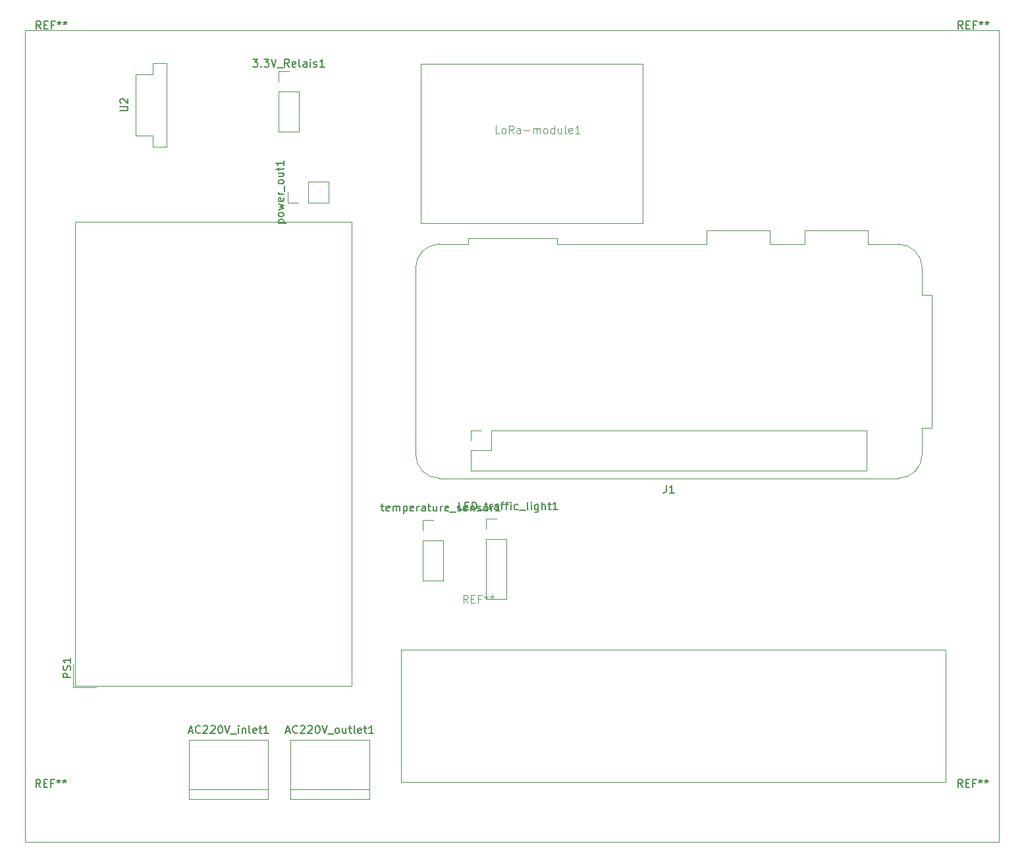
<source format=gbr>
%TF.GenerationSoftware,KiCad,Pcbnew,8.0.0*%
%TF.CreationDate,2024-08-20T19:28:26+02:00*%
%TF.ProjectId,MK1,4d4b312e-6b69-4636-9164-5f7063625858,rev?*%
%TF.SameCoordinates,Original*%
%TF.FileFunction,Legend,Top*%
%TF.FilePolarity,Positive*%
%FSLAX46Y46*%
G04 Gerber Fmt 4.6, Leading zero omitted, Abs format (unit mm)*
G04 Created by KiCad (PCBNEW 8.0.0) date 2024-08-20 19:28:26*
%MOMM*%
%LPD*%
G01*
G04 APERTURE LIST*
%ADD10C,0.100000*%
%ADD11C,0.150000*%
%ADD12C,0.120000*%
G04 APERTURE END LIST*
D10*
X27500000Y-16000000D02*
X152780000Y-16000000D01*
X152780000Y-120420000D01*
X27500000Y-120420000D01*
X27500000Y-16000000D01*
D11*
X29516666Y-113374819D02*
X29183333Y-112898628D01*
X28945238Y-113374819D02*
X28945238Y-112374819D01*
X28945238Y-112374819D02*
X29326190Y-112374819D01*
X29326190Y-112374819D02*
X29421428Y-112422438D01*
X29421428Y-112422438D02*
X29469047Y-112470057D01*
X29469047Y-112470057D02*
X29516666Y-112565295D01*
X29516666Y-112565295D02*
X29516666Y-112708152D01*
X29516666Y-112708152D02*
X29469047Y-112803390D01*
X29469047Y-112803390D02*
X29421428Y-112851009D01*
X29421428Y-112851009D02*
X29326190Y-112898628D01*
X29326190Y-112898628D02*
X28945238Y-112898628D01*
X29945238Y-112851009D02*
X30278571Y-112851009D01*
X30421428Y-113374819D02*
X29945238Y-113374819D01*
X29945238Y-113374819D02*
X29945238Y-112374819D01*
X29945238Y-112374819D02*
X30421428Y-112374819D01*
X31183333Y-112851009D02*
X30850000Y-112851009D01*
X30850000Y-113374819D02*
X30850000Y-112374819D01*
X30850000Y-112374819D02*
X31326190Y-112374819D01*
X31850000Y-112374819D02*
X31850000Y-112612914D01*
X31611905Y-112517676D02*
X31850000Y-112612914D01*
X31850000Y-112612914D02*
X32088095Y-112517676D01*
X31707143Y-112803390D02*
X31850000Y-112612914D01*
X31850000Y-112612914D02*
X31992857Y-112803390D01*
X32611905Y-112374819D02*
X32611905Y-112612914D01*
X32373810Y-112517676D02*
X32611905Y-112612914D01*
X32611905Y-112612914D02*
X32850000Y-112517676D01*
X32469048Y-112803390D02*
X32611905Y-112612914D01*
X32611905Y-112612914D02*
X32754762Y-112803390D01*
X148056666Y-113354819D02*
X147723333Y-112878628D01*
X147485238Y-113354819D02*
X147485238Y-112354819D01*
X147485238Y-112354819D02*
X147866190Y-112354819D01*
X147866190Y-112354819D02*
X147961428Y-112402438D01*
X147961428Y-112402438D02*
X148009047Y-112450057D01*
X148009047Y-112450057D02*
X148056666Y-112545295D01*
X148056666Y-112545295D02*
X148056666Y-112688152D01*
X148056666Y-112688152D02*
X148009047Y-112783390D01*
X148009047Y-112783390D02*
X147961428Y-112831009D01*
X147961428Y-112831009D02*
X147866190Y-112878628D01*
X147866190Y-112878628D02*
X147485238Y-112878628D01*
X148485238Y-112831009D02*
X148818571Y-112831009D01*
X148961428Y-113354819D02*
X148485238Y-113354819D01*
X148485238Y-113354819D02*
X148485238Y-112354819D01*
X148485238Y-112354819D02*
X148961428Y-112354819D01*
X149723333Y-112831009D02*
X149390000Y-112831009D01*
X149390000Y-113354819D02*
X149390000Y-112354819D01*
X149390000Y-112354819D02*
X149866190Y-112354819D01*
X150390000Y-112354819D02*
X150390000Y-112592914D01*
X150151905Y-112497676D02*
X150390000Y-112592914D01*
X150390000Y-112592914D02*
X150628095Y-112497676D01*
X150247143Y-112783390D02*
X150390000Y-112592914D01*
X150390000Y-112592914D02*
X150532857Y-112783390D01*
X151151905Y-112354819D02*
X151151905Y-112592914D01*
X150913810Y-112497676D02*
X151151905Y-112592914D01*
X151151905Y-112592914D02*
X151390000Y-112497676D01*
X151009048Y-112783390D02*
X151151905Y-112592914D01*
X151151905Y-112592914D02*
X151294762Y-112783390D01*
X148116666Y-15814819D02*
X147783333Y-15338628D01*
X147545238Y-15814819D02*
X147545238Y-14814819D01*
X147545238Y-14814819D02*
X147926190Y-14814819D01*
X147926190Y-14814819D02*
X148021428Y-14862438D01*
X148021428Y-14862438D02*
X148069047Y-14910057D01*
X148069047Y-14910057D02*
X148116666Y-15005295D01*
X148116666Y-15005295D02*
X148116666Y-15148152D01*
X148116666Y-15148152D02*
X148069047Y-15243390D01*
X148069047Y-15243390D02*
X148021428Y-15291009D01*
X148021428Y-15291009D02*
X147926190Y-15338628D01*
X147926190Y-15338628D02*
X147545238Y-15338628D01*
X148545238Y-15291009D02*
X148878571Y-15291009D01*
X149021428Y-15814819D02*
X148545238Y-15814819D01*
X148545238Y-15814819D02*
X148545238Y-14814819D01*
X148545238Y-14814819D02*
X149021428Y-14814819D01*
X149783333Y-15291009D02*
X149450000Y-15291009D01*
X149450000Y-15814819D02*
X149450000Y-14814819D01*
X149450000Y-14814819D02*
X149926190Y-14814819D01*
X150450000Y-14814819D02*
X150450000Y-15052914D01*
X150211905Y-14957676D02*
X150450000Y-15052914D01*
X150450000Y-15052914D02*
X150688095Y-14957676D01*
X150307143Y-15243390D02*
X150450000Y-15052914D01*
X150450000Y-15052914D02*
X150592857Y-15243390D01*
X151211905Y-14814819D02*
X151211905Y-15052914D01*
X150973810Y-14957676D02*
X151211905Y-15052914D01*
X151211905Y-15052914D02*
X151450000Y-14957676D01*
X151069048Y-15243390D02*
X151211905Y-15052914D01*
X151211905Y-15052914D02*
X151354762Y-15243390D01*
X29576666Y-15834819D02*
X29243333Y-15358628D01*
X29005238Y-15834819D02*
X29005238Y-14834819D01*
X29005238Y-14834819D02*
X29386190Y-14834819D01*
X29386190Y-14834819D02*
X29481428Y-14882438D01*
X29481428Y-14882438D02*
X29529047Y-14930057D01*
X29529047Y-14930057D02*
X29576666Y-15025295D01*
X29576666Y-15025295D02*
X29576666Y-15168152D01*
X29576666Y-15168152D02*
X29529047Y-15263390D01*
X29529047Y-15263390D02*
X29481428Y-15311009D01*
X29481428Y-15311009D02*
X29386190Y-15358628D01*
X29386190Y-15358628D02*
X29005238Y-15358628D01*
X30005238Y-15311009D02*
X30338571Y-15311009D01*
X30481428Y-15834819D02*
X30005238Y-15834819D01*
X30005238Y-15834819D02*
X30005238Y-14834819D01*
X30005238Y-14834819D02*
X30481428Y-14834819D01*
X31243333Y-15311009D02*
X30910000Y-15311009D01*
X30910000Y-15834819D02*
X30910000Y-14834819D01*
X30910000Y-14834819D02*
X31386190Y-14834819D01*
X31910000Y-14834819D02*
X31910000Y-15072914D01*
X31671905Y-14977676D02*
X31910000Y-15072914D01*
X31910000Y-15072914D02*
X32148095Y-14977676D01*
X31767143Y-15263390D02*
X31910000Y-15072914D01*
X31910000Y-15072914D02*
X32052857Y-15263390D01*
X32671905Y-14834819D02*
X32671905Y-15072914D01*
X32433810Y-14977676D02*
X32671905Y-15072914D01*
X32671905Y-15072914D02*
X32910000Y-14977676D01*
X32529048Y-15263390D02*
X32671905Y-15072914D01*
X32671905Y-15072914D02*
X32814762Y-15263390D01*
X56830952Y-19724819D02*
X57449999Y-19724819D01*
X57449999Y-19724819D02*
X57116666Y-20105771D01*
X57116666Y-20105771D02*
X57259523Y-20105771D01*
X57259523Y-20105771D02*
X57354761Y-20153390D01*
X57354761Y-20153390D02*
X57402380Y-20201009D01*
X57402380Y-20201009D02*
X57449999Y-20296247D01*
X57449999Y-20296247D02*
X57449999Y-20534342D01*
X57449999Y-20534342D02*
X57402380Y-20629580D01*
X57402380Y-20629580D02*
X57354761Y-20677200D01*
X57354761Y-20677200D02*
X57259523Y-20724819D01*
X57259523Y-20724819D02*
X56973809Y-20724819D01*
X56973809Y-20724819D02*
X56878571Y-20677200D01*
X56878571Y-20677200D02*
X56830952Y-20629580D01*
X57878571Y-20629580D02*
X57926190Y-20677200D01*
X57926190Y-20677200D02*
X57878571Y-20724819D01*
X57878571Y-20724819D02*
X57830952Y-20677200D01*
X57830952Y-20677200D02*
X57878571Y-20629580D01*
X57878571Y-20629580D02*
X57878571Y-20724819D01*
X58259523Y-19724819D02*
X58878570Y-19724819D01*
X58878570Y-19724819D02*
X58545237Y-20105771D01*
X58545237Y-20105771D02*
X58688094Y-20105771D01*
X58688094Y-20105771D02*
X58783332Y-20153390D01*
X58783332Y-20153390D02*
X58830951Y-20201009D01*
X58830951Y-20201009D02*
X58878570Y-20296247D01*
X58878570Y-20296247D02*
X58878570Y-20534342D01*
X58878570Y-20534342D02*
X58830951Y-20629580D01*
X58830951Y-20629580D02*
X58783332Y-20677200D01*
X58783332Y-20677200D02*
X58688094Y-20724819D01*
X58688094Y-20724819D02*
X58402380Y-20724819D01*
X58402380Y-20724819D02*
X58307142Y-20677200D01*
X58307142Y-20677200D02*
X58259523Y-20629580D01*
X59164285Y-19724819D02*
X59497618Y-20724819D01*
X59497618Y-20724819D02*
X59830951Y-19724819D01*
X59926190Y-20820057D02*
X60688094Y-20820057D01*
X61497618Y-20724819D02*
X61164285Y-20248628D01*
X60926190Y-20724819D02*
X60926190Y-19724819D01*
X60926190Y-19724819D02*
X61307142Y-19724819D01*
X61307142Y-19724819D02*
X61402380Y-19772438D01*
X61402380Y-19772438D02*
X61449999Y-19820057D01*
X61449999Y-19820057D02*
X61497618Y-19915295D01*
X61497618Y-19915295D02*
X61497618Y-20058152D01*
X61497618Y-20058152D02*
X61449999Y-20153390D01*
X61449999Y-20153390D02*
X61402380Y-20201009D01*
X61402380Y-20201009D02*
X61307142Y-20248628D01*
X61307142Y-20248628D02*
X60926190Y-20248628D01*
X62307142Y-20677200D02*
X62211904Y-20724819D01*
X62211904Y-20724819D02*
X62021428Y-20724819D01*
X62021428Y-20724819D02*
X61926190Y-20677200D01*
X61926190Y-20677200D02*
X61878571Y-20581961D01*
X61878571Y-20581961D02*
X61878571Y-20201009D01*
X61878571Y-20201009D02*
X61926190Y-20105771D01*
X61926190Y-20105771D02*
X62021428Y-20058152D01*
X62021428Y-20058152D02*
X62211904Y-20058152D01*
X62211904Y-20058152D02*
X62307142Y-20105771D01*
X62307142Y-20105771D02*
X62354761Y-20201009D01*
X62354761Y-20201009D02*
X62354761Y-20296247D01*
X62354761Y-20296247D02*
X61878571Y-20391485D01*
X62926190Y-20724819D02*
X62830952Y-20677200D01*
X62830952Y-20677200D02*
X62783333Y-20581961D01*
X62783333Y-20581961D02*
X62783333Y-19724819D01*
X63735714Y-20724819D02*
X63735714Y-20201009D01*
X63735714Y-20201009D02*
X63688095Y-20105771D01*
X63688095Y-20105771D02*
X63592857Y-20058152D01*
X63592857Y-20058152D02*
X63402381Y-20058152D01*
X63402381Y-20058152D02*
X63307143Y-20105771D01*
X63735714Y-20677200D02*
X63640476Y-20724819D01*
X63640476Y-20724819D02*
X63402381Y-20724819D01*
X63402381Y-20724819D02*
X63307143Y-20677200D01*
X63307143Y-20677200D02*
X63259524Y-20581961D01*
X63259524Y-20581961D02*
X63259524Y-20486723D01*
X63259524Y-20486723D02*
X63307143Y-20391485D01*
X63307143Y-20391485D02*
X63402381Y-20343866D01*
X63402381Y-20343866D02*
X63640476Y-20343866D01*
X63640476Y-20343866D02*
X63735714Y-20296247D01*
X64211905Y-20724819D02*
X64211905Y-20058152D01*
X64211905Y-19724819D02*
X64164286Y-19772438D01*
X64164286Y-19772438D02*
X64211905Y-19820057D01*
X64211905Y-19820057D02*
X64259524Y-19772438D01*
X64259524Y-19772438D02*
X64211905Y-19724819D01*
X64211905Y-19724819D02*
X64211905Y-19820057D01*
X64640476Y-20677200D02*
X64735714Y-20724819D01*
X64735714Y-20724819D02*
X64926190Y-20724819D01*
X64926190Y-20724819D02*
X65021428Y-20677200D01*
X65021428Y-20677200D02*
X65069047Y-20581961D01*
X65069047Y-20581961D02*
X65069047Y-20534342D01*
X65069047Y-20534342D02*
X65021428Y-20439104D01*
X65021428Y-20439104D02*
X64926190Y-20391485D01*
X64926190Y-20391485D02*
X64783333Y-20391485D01*
X64783333Y-20391485D02*
X64688095Y-20343866D01*
X64688095Y-20343866D02*
X64640476Y-20248628D01*
X64640476Y-20248628D02*
X64640476Y-20201009D01*
X64640476Y-20201009D02*
X64688095Y-20105771D01*
X64688095Y-20105771D02*
X64783333Y-20058152D01*
X64783333Y-20058152D02*
X64926190Y-20058152D01*
X64926190Y-20058152D02*
X65021428Y-20105771D01*
X66021428Y-20724819D02*
X65450000Y-20724819D01*
X65735714Y-20724819D02*
X65735714Y-19724819D01*
X65735714Y-19724819D02*
X65640476Y-19867676D01*
X65640476Y-19867676D02*
X65545238Y-19962914D01*
X65545238Y-19962914D02*
X65450000Y-20010533D01*
X60113152Y-40811190D02*
X61113152Y-40811190D01*
X60160771Y-40811190D02*
X60113152Y-40715952D01*
X60113152Y-40715952D02*
X60113152Y-40525476D01*
X60113152Y-40525476D02*
X60160771Y-40430238D01*
X60160771Y-40430238D02*
X60208390Y-40382619D01*
X60208390Y-40382619D02*
X60303628Y-40335000D01*
X60303628Y-40335000D02*
X60589342Y-40335000D01*
X60589342Y-40335000D02*
X60684580Y-40382619D01*
X60684580Y-40382619D02*
X60732200Y-40430238D01*
X60732200Y-40430238D02*
X60779819Y-40525476D01*
X60779819Y-40525476D02*
X60779819Y-40715952D01*
X60779819Y-40715952D02*
X60732200Y-40811190D01*
X60779819Y-39763571D02*
X60732200Y-39858809D01*
X60732200Y-39858809D02*
X60684580Y-39906428D01*
X60684580Y-39906428D02*
X60589342Y-39954047D01*
X60589342Y-39954047D02*
X60303628Y-39954047D01*
X60303628Y-39954047D02*
X60208390Y-39906428D01*
X60208390Y-39906428D02*
X60160771Y-39858809D01*
X60160771Y-39858809D02*
X60113152Y-39763571D01*
X60113152Y-39763571D02*
X60113152Y-39620714D01*
X60113152Y-39620714D02*
X60160771Y-39525476D01*
X60160771Y-39525476D02*
X60208390Y-39477857D01*
X60208390Y-39477857D02*
X60303628Y-39430238D01*
X60303628Y-39430238D02*
X60589342Y-39430238D01*
X60589342Y-39430238D02*
X60684580Y-39477857D01*
X60684580Y-39477857D02*
X60732200Y-39525476D01*
X60732200Y-39525476D02*
X60779819Y-39620714D01*
X60779819Y-39620714D02*
X60779819Y-39763571D01*
X60113152Y-39096904D02*
X60779819Y-38906428D01*
X60779819Y-38906428D02*
X60303628Y-38715952D01*
X60303628Y-38715952D02*
X60779819Y-38525476D01*
X60779819Y-38525476D02*
X60113152Y-38335000D01*
X60732200Y-37573095D02*
X60779819Y-37668333D01*
X60779819Y-37668333D02*
X60779819Y-37858809D01*
X60779819Y-37858809D02*
X60732200Y-37954047D01*
X60732200Y-37954047D02*
X60636961Y-38001666D01*
X60636961Y-38001666D02*
X60256009Y-38001666D01*
X60256009Y-38001666D02*
X60160771Y-37954047D01*
X60160771Y-37954047D02*
X60113152Y-37858809D01*
X60113152Y-37858809D02*
X60113152Y-37668333D01*
X60113152Y-37668333D02*
X60160771Y-37573095D01*
X60160771Y-37573095D02*
X60256009Y-37525476D01*
X60256009Y-37525476D02*
X60351247Y-37525476D01*
X60351247Y-37525476D02*
X60446485Y-38001666D01*
X60779819Y-37096904D02*
X60113152Y-37096904D01*
X60303628Y-37096904D02*
X60208390Y-37049285D01*
X60208390Y-37049285D02*
X60160771Y-37001666D01*
X60160771Y-37001666D02*
X60113152Y-36906428D01*
X60113152Y-36906428D02*
X60113152Y-36811190D01*
X60875057Y-36715952D02*
X60875057Y-35954047D01*
X60779819Y-35573094D02*
X60732200Y-35668332D01*
X60732200Y-35668332D02*
X60684580Y-35715951D01*
X60684580Y-35715951D02*
X60589342Y-35763570D01*
X60589342Y-35763570D02*
X60303628Y-35763570D01*
X60303628Y-35763570D02*
X60208390Y-35715951D01*
X60208390Y-35715951D02*
X60160771Y-35668332D01*
X60160771Y-35668332D02*
X60113152Y-35573094D01*
X60113152Y-35573094D02*
X60113152Y-35430237D01*
X60113152Y-35430237D02*
X60160771Y-35334999D01*
X60160771Y-35334999D02*
X60208390Y-35287380D01*
X60208390Y-35287380D02*
X60303628Y-35239761D01*
X60303628Y-35239761D02*
X60589342Y-35239761D01*
X60589342Y-35239761D02*
X60684580Y-35287380D01*
X60684580Y-35287380D02*
X60732200Y-35334999D01*
X60732200Y-35334999D02*
X60779819Y-35430237D01*
X60779819Y-35430237D02*
X60779819Y-35573094D01*
X60113152Y-34382618D02*
X60779819Y-34382618D01*
X60113152Y-34811189D02*
X60636961Y-34811189D01*
X60636961Y-34811189D02*
X60732200Y-34763570D01*
X60732200Y-34763570D02*
X60779819Y-34668332D01*
X60779819Y-34668332D02*
X60779819Y-34525475D01*
X60779819Y-34525475D02*
X60732200Y-34430237D01*
X60732200Y-34430237D02*
X60684580Y-34382618D01*
X60113152Y-34049284D02*
X60113152Y-33668332D01*
X59779819Y-33906427D02*
X60636961Y-33906427D01*
X60636961Y-33906427D02*
X60732200Y-33858808D01*
X60732200Y-33858808D02*
X60779819Y-33763570D01*
X60779819Y-33763570D02*
X60779819Y-33668332D01*
X60779819Y-32811189D02*
X60779819Y-33382617D01*
X60779819Y-33096903D02*
X59779819Y-33096903D01*
X59779819Y-33096903D02*
X59922676Y-33192141D01*
X59922676Y-33192141D02*
X60017914Y-33287379D01*
X60017914Y-33287379D02*
X60065533Y-33382617D01*
X109984166Y-74522319D02*
X109984166Y-75236604D01*
X109984166Y-75236604D02*
X109936547Y-75379461D01*
X109936547Y-75379461D02*
X109841309Y-75474700D01*
X109841309Y-75474700D02*
X109698452Y-75522319D01*
X109698452Y-75522319D02*
X109603214Y-75522319D01*
X110984166Y-75522319D02*
X110412738Y-75522319D01*
X110698452Y-75522319D02*
X110698452Y-74522319D01*
X110698452Y-74522319D02*
X110603214Y-74665176D01*
X110603214Y-74665176D02*
X110507976Y-74760414D01*
X110507976Y-74760414D02*
X110412738Y-74808033D01*
D10*
X88515237Y-29277419D02*
X88039047Y-29277419D01*
X88039047Y-29277419D02*
X88039047Y-28277419D01*
X88991428Y-29277419D02*
X88896190Y-29229800D01*
X88896190Y-29229800D02*
X88848571Y-29182180D01*
X88848571Y-29182180D02*
X88800952Y-29086942D01*
X88800952Y-29086942D02*
X88800952Y-28801228D01*
X88800952Y-28801228D02*
X88848571Y-28705990D01*
X88848571Y-28705990D02*
X88896190Y-28658371D01*
X88896190Y-28658371D02*
X88991428Y-28610752D01*
X88991428Y-28610752D02*
X89134285Y-28610752D01*
X89134285Y-28610752D02*
X89229523Y-28658371D01*
X89229523Y-28658371D02*
X89277142Y-28705990D01*
X89277142Y-28705990D02*
X89324761Y-28801228D01*
X89324761Y-28801228D02*
X89324761Y-29086942D01*
X89324761Y-29086942D02*
X89277142Y-29182180D01*
X89277142Y-29182180D02*
X89229523Y-29229800D01*
X89229523Y-29229800D02*
X89134285Y-29277419D01*
X89134285Y-29277419D02*
X88991428Y-29277419D01*
X90324761Y-29277419D02*
X89991428Y-28801228D01*
X89753333Y-29277419D02*
X89753333Y-28277419D01*
X89753333Y-28277419D02*
X90134285Y-28277419D01*
X90134285Y-28277419D02*
X90229523Y-28325038D01*
X90229523Y-28325038D02*
X90277142Y-28372657D01*
X90277142Y-28372657D02*
X90324761Y-28467895D01*
X90324761Y-28467895D02*
X90324761Y-28610752D01*
X90324761Y-28610752D02*
X90277142Y-28705990D01*
X90277142Y-28705990D02*
X90229523Y-28753609D01*
X90229523Y-28753609D02*
X90134285Y-28801228D01*
X90134285Y-28801228D02*
X89753333Y-28801228D01*
X91181904Y-29277419D02*
X91181904Y-28753609D01*
X91181904Y-28753609D02*
X91134285Y-28658371D01*
X91134285Y-28658371D02*
X91039047Y-28610752D01*
X91039047Y-28610752D02*
X90848571Y-28610752D01*
X90848571Y-28610752D02*
X90753333Y-28658371D01*
X91181904Y-29229800D02*
X91086666Y-29277419D01*
X91086666Y-29277419D02*
X90848571Y-29277419D01*
X90848571Y-29277419D02*
X90753333Y-29229800D01*
X90753333Y-29229800D02*
X90705714Y-29134561D01*
X90705714Y-29134561D02*
X90705714Y-29039323D01*
X90705714Y-29039323D02*
X90753333Y-28944085D01*
X90753333Y-28944085D02*
X90848571Y-28896466D01*
X90848571Y-28896466D02*
X91086666Y-28896466D01*
X91086666Y-28896466D02*
X91181904Y-28848847D01*
X91658095Y-28896466D02*
X92420000Y-28896466D01*
X92896190Y-29277419D02*
X92896190Y-28610752D01*
X92896190Y-28705990D02*
X92943809Y-28658371D01*
X92943809Y-28658371D02*
X93039047Y-28610752D01*
X93039047Y-28610752D02*
X93181904Y-28610752D01*
X93181904Y-28610752D02*
X93277142Y-28658371D01*
X93277142Y-28658371D02*
X93324761Y-28753609D01*
X93324761Y-28753609D02*
X93324761Y-29277419D01*
X93324761Y-28753609D02*
X93372380Y-28658371D01*
X93372380Y-28658371D02*
X93467618Y-28610752D01*
X93467618Y-28610752D02*
X93610475Y-28610752D01*
X93610475Y-28610752D02*
X93705714Y-28658371D01*
X93705714Y-28658371D02*
X93753333Y-28753609D01*
X93753333Y-28753609D02*
X93753333Y-29277419D01*
X94372380Y-29277419D02*
X94277142Y-29229800D01*
X94277142Y-29229800D02*
X94229523Y-29182180D01*
X94229523Y-29182180D02*
X94181904Y-29086942D01*
X94181904Y-29086942D02*
X94181904Y-28801228D01*
X94181904Y-28801228D02*
X94229523Y-28705990D01*
X94229523Y-28705990D02*
X94277142Y-28658371D01*
X94277142Y-28658371D02*
X94372380Y-28610752D01*
X94372380Y-28610752D02*
X94515237Y-28610752D01*
X94515237Y-28610752D02*
X94610475Y-28658371D01*
X94610475Y-28658371D02*
X94658094Y-28705990D01*
X94658094Y-28705990D02*
X94705713Y-28801228D01*
X94705713Y-28801228D02*
X94705713Y-29086942D01*
X94705713Y-29086942D02*
X94658094Y-29182180D01*
X94658094Y-29182180D02*
X94610475Y-29229800D01*
X94610475Y-29229800D02*
X94515237Y-29277419D01*
X94515237Y-29277419D02*
X94372380Y-29277419D01*
X95562856Y-29277419D02*
X95562856Y-28277419D01*
X95562856Y-29229800D02*
X95467618Y-29277419D01*
X95467618Y-29277419D02*
X95277142Y-29277419D01*
X95277142Y-29277419D02*
X95181904Y-29229800D01*
X95181904Y-29229800D02*
X95134285Y-29182180D01*
X95134285Y-29182180D02*
X95086666Y-29086942D01*
X95086666Y-29086942D02*
X95086666Y-28801228D01*
X95086666Y-28801228D02*
X95134285Y-28705990D01*
X95134285Y-28705990D02*
X95181904Y-28658371D01*
X95181904Y-28658371D02*
X95277142Y-28610752D01*
X95277142Y-28610752D02*
X95467618Y-28610752D01*
X95467618Y-28610752D02*
X95562856Y-28658371D01*
X96467618Y-28610752D02*
X96467618Y-29277419D01*
X96039047Y-28610752D02*
X96039047Y-29134561D01*
X96039047Y-29134561D02*
X96086666Y-29229800D01*
X96086666Y-29229800D02*
X96181904Y-29277419D01*
X96181904Y-29277419D02*
X96324761Y-29277419D01*
X96324761Y-29277419D02*
X96419999Y-29229800D01*
X96419999Y-29229800D02*
X96467618Y-29182180D01*
X97086666Y-29277419D02*
X96991428Y-29229800D01*
X96991428Y-29229800D02*
X96943809Y-29134561D01*
X96943809Y-29134561D02*
X96943809Y-28277419D01*
X97848571Y-29229800D02*
X97753333Y-29277419D01*
X97753333Y-29277419D02*
X97562857Y-29277419D01*
X97562857Y-29277419D02*
X97467619Y-29229800D01*
X97467619Y-29229800D02*
X97420000Y-29134561D01*
X97420000Y-29134561D02*
X97420000Y-28753609D01*
X97420000Y-28753609D02*
X97467619Y-28658371D01*
X97467619Y-28658371D02*
X97562857Y-28610752D01*
X97562857Y-28610752D02*
X97753333Y-28610752D01*
X97753333Y-28610752D02*
X97848571Y-28658371D01*
X97848571Y-28658371D02*
X97896190Y-28753609D01*
X97896190Y-28753609D02*
X97896190Y-28848847D01*
X97896190Y-28848847D02*
X97420000Y-28944085D01*
X98848571Y-29277419D02*
X98277143Y-29277419D01*
X98562857Y-29277419D02*
X98562857Y-28277419D01*
X98562857Y-28277419D02*
X98467619Y-28420276D01*
X98467619Y-28420276D02*
X98372381Y-28515514D01*
X98372381Y-28515514D02*
X98277143Y-28563133D01*
D11*
X48590952Y-106149104D02*
X49067142Y-106149104D01*
X48495714Y-106434819D02*
X48829047Y-105434819D01*
X48829047Y-105434819D02*
X49162380Y-106434819D01*
X50067142Y-106339580D02*
X50019523Y-106387200D01*
X50019523Y-106387200D02*
X49876666Y-106434819D01*
X49876666Y-106434819D02*
X49781428Y-106434819D01*
X49781428Y-106434819D02*
X49638571Y-106387200D01*
X49638571Y-106387200D02*
X49543333Y-106291961D01*
X49543333Y-106291961D02*
X49495714Y-106196723D01*
X49495714Y-106196723D02*
X49448095Y-106006247D01*
X49448095Y-106006247D02*
X49448095Y-105863390D01*
X49448095Y-105863390D02*
X49495714Y-105672914D01*
X49495714Y-105672914D02*
X49543333Y-105577676D01*
X49543333Y-105577676D02*
X49638571Y-105482438D01*
X49638571Y-105482438D02*
X49781428Y-105434819D01*
X49781428Y-105434819D02*
X49876666Y-105434819D01*
X49876666Y-105434819D02*
X50019523Y-105482438D01*
X50019523Y-105482438D02*
X50067142Y-105530057D01*
X50448095Y-105530057D02*
X50495714Y-105482438D01*
X50495714Y-105482438D02*
X50590952Y-105434819D01*
X50590952Y-105434819D02*
X50829047Y-105434819D01*
X50829047Y-105434819D02*
X50924285Y-105482438D01*
X50924285Y-105482438D02*
X50971904Y-105530057D01*
X50971904Y-105530057D02*
X51019523Y-105625295D01*
X51019523Y-105625295D02*
X51019523Y-105720533D01*
X51019523Y-105720533D02*
X50971904Y-105863390D01*
X50971904Y-105863390D02*
X50400476Y-106434819D01*
X50400476Y-106434819D02*
X51019523Y-106434819D01*
X51400476Y-105530057D02*
X51448095Y-105482438D01*
X51448095Y-105482438D02*
X51543333Y-105434819D01*
X51543333Y-105434819D02*
X51781428Y-105434819D01*
X51781428Y-105434819D02*
X51876666Y-105482438D01*
X51876666Y-105482438D02*
X51924285Y-105530057D01*
X51924285Y-105530057D02*
X51971904Y-105625295D01*
X51971904Y-105625295D02*
X51971904Y-105720533D01*
X51971904Y-105720533D02*
X51924285Y-105863390D01*
X51924285Y-105863390D02*
X51352857Y-106434819D01*
X51352857Y-106434819D02*
X51971904Y-106434819D01*
X52590952Y-105434819D02*
X52686190Y-105434819D01*
X52686190Y-105434819D02*
X52781428Y-105482438D01*
X52781428Y-105482438D02*
X52829047Y-105530057D01*
X52829047Y-105530057D02*
X52876666Y-105625295D01*
X52876666Y-105625295D02*
X52924285Y-105815771D01*
X52924285Y-105815771D02*
X52924285Y-106053866D01*
X52924285Y-106053866D02*
X52876666Y-106244342D01*
X52876666Y-106244342D02*
X52829047Y-106339580D01*
X52829047Y-106339580D02*
X52781428Y-106387200D01*
X52781428Y-106387200D02*
X52686190Y-106434819D01*
X52686190Y-106434819D02*
X52590952Y-106434819D01*
X52590952Y-106434819D02*
X52495714Y-106387200D01*
X52495714Y-106387200D02*
X52448095Y-106339580D01*
X52448095Y-106339580D02*
X52400476Y-106244342D01*
X52400476Y-106244342D02*
X52352857Y-106053866D01*
X52352857Y-106053866D02*
X52352857Y-105815771D01*
X52352857Y-105815771D02*
X52400476Y-105625295D01*
X52400476Y-105625295D02*
X52448095Y-105530057D01*
X52448095Y-105530057D02*
X52495714Y-105482438D01*
X52495714Y-105482438D02*
X52590952Y-105434819D01*
X53210000Y-105434819D02*
X53543333Y-106434819D01*
X53543333Y-106434819D02*
X53876666Y-105434819D01*
X53971905Y-106530057D02*
X54733809Y-106530057D01*
X54971905Y-106434819D02*
X54971905Y-105768152D01*
X54971905Y-105434819D02*
X54924286Y-105482438D01*
X54924286Y-105482438D02*
X54971905Y-105530057D01*
X54971905Y-105530057D02*
X55019524Y-105482438D01*
X55019524Y-105482438D02*
X54971905Y-105434819D01*
X54971905Y-105434819D02*
X54971905Y-105530057D01*
X55448095Y-105768152D02*
X55448095Y-106434819D01*
X55448095Y-105863390D02*
X55495714Y-105815771D01*
X55495714Y-105815771D02*
X55590952Y-105768152D01*
X55590952Y-105768152D02*
X55733809Y-105768152D01*
X55733809Y-105768152D02*
X55829047Y-105815771D01*
X55829047Y-105815771D02*
X55876666Y-105911009D01*
X55876666Y-105911009D02*
X55876666Y-106434819D01*
X56495714Y-106434819D02*
X56400476Y-106387200D01*
X56400476Y-106387200D02*
X56352857Y-106291961D01*
X56352857Y-106291961D02*
X56352857Y-105434819D01*
X57257619Y-106387200D02*
X57162381Y-106434819D01*
X57162381Y-106434819D02*
X56971905Y-106434819D01*
X56971905Y-106434819D02*
X56876667Y-106387200D01*
X56876667Y-106387200D02*
X56829048Y-106291961D01*
X56829048Y-106291961D02*
X56829048Y-105911009D01*
X56829048Y-105911009D02*
X56876667Y-105815771D01*
X56876667Y-105815771D02*
X56971905Y-105768152D01*
X56971905Y-105768152D02*
X57162381Y-105768152D01*
X57162381Y-105768152D02*
X57257619Y-105815771D01*
X57257619Y-105815771D02*
X57305238Y-105911009D01*
X57305238Y-105911009D02*
X57305238Y-106006247D01*
X57305238Y-106006247D02*
X56829048Y-106101485D01*
X57590953Y-105768152D02*
X57971905Y-105768152D01*
X57733810Y-105434819D02*
X57733810Y-106291961D01*
X57733810Y-106291961D02*
X57781429Y-106387200D01*
X57781429Y-106387200D02*
X57876667Y-106434819D01*
X57876667Y-106434819D02*
X57971905Y-106434819D01*
X58829048Y-106434819D02*
X58257620Y-106434819D01*
X58543334Y-106434819D02*
X58543334Y-105434819D01*
X58543334Y-105434819D02*
X58448096Y-105577676D01*
X58448096Y-105577676D02*
X58352858Y-105672914D01*
X58352858Y-105672914D02*
X58257620Y-105720533D01*
X39759819Y-26376904D02*
X40569342Y-26376904D01*
X40569342Y-26376904D02*
X40664580Y-26329285D01*
X40664580Y-26329285D02*
X40712200Y-26281666D01*
X40712200Y-26281666D02*
X40759819Y-26186428D01*
X40759819Y-26186428D02*
X40759819Y-25995952D01*
X40759819Y-25995952D02*
X40712200Y-25900714D01*
X40712200Y-25900714D02*
X40664580Y-25853095D01*
X40664580Y-25853095D02*
X40569342Y-25805476D01*
X40569342Y-25805476D02*
X39759819Y-25805476D01*
X39855057Y-25376904D02*
X39807438Y-25329285D01*
X39807438Y-25329285D02*
X39759819Y-25234047D01*
X39759819Y-25234047D02*
X39759819Y-24995952D01*
X39759819Y-24995952D02*
X39807438Y-24900714D01*
X39807438Y-24900714D02*
X39855057Y-24853095D01*
X39855057Y-24853095D02*
X39950295Y-24805476D01*
X39950295Y-24805476D02*
X40045533Y-24805476D01*
X40045533Y-24805476D02*
X40188390Y-24853095D01*
X40188390Y-24853095D02*
X40759819Y-25424523D01*
X40759819Y-25424523D02*
X40759819Y-24805476D01*
X83762855Y-77674819D02*
X83286665Y-77674819D01*
X83286665Y-77674819D02*
X83286665Y-76674819D01*
X84096189Y-77151009D02*
X84429522Y-77151009D01*
X84572379Y-77674819D02*
X84096189Y-77674819D01*
X84096189Y-77674819D02*
X84096189Y-76674819D01*
X84096189Y-76674819D02*
X84572379Y-76674819D01*
X85000951Y-77674819D02*
X85000951Y-76674819D01*
X85000951Y-76674819D02*
X85239046Y-76674819D01*
X85239046Y-76674819D02*
X85381903Y-76722438D01*
X85381903Y-76722438D02*
X85477141Y-76817676D01*
X85477141Y-76817676D02*
X85524760Y-76912914D01*
X85524760Y-76912914D02*
X85572379Y-77103390D01*
X85572379Y-77103390D02*
X85572379Y-77246247D01*
X85572379Y-77246247D02*
X85524760Y-77436723D01*
X85524760Y-77436723D02*
X85477141Y-77531961D01*
X85477141Y-77531961D02*
X85381903Y-77627200D01*
X85381903Y-77627200D02*
X85239046Y-77674819D01*
X85239046Y-77674819D02*
X85000951Y-77674819D01*
X85762856Y-77770057D02*
X86524760Y-77770057D01*
X86619999Y-77008152D02*
X87000951Y-77008152D01*
X86762856Y-76674819D02*
X86762856Y-77531961D01*
X86762856Y-77531961D02*
X86810475Y-77627200D01*
X86810475Y-77627200D02*
X86905713Y-77674819D01*
X86905713Y-77674819D02*
X87000951Y-77674819D01*
X87334285Y-77674819D02*
X87334285Y-77008152D01*
X87334285Y-77198628D02*
X87381904Y-77103390D01*
X87381904Y-77103390D02*
X87429523Y-77055771D01*
X87429523Y-77055771D02*
X87524761Y-77008152D01*
X87524761Y-77008152D02*
X87619999Y-77008152D01*
X88381904Y-77674819D02*
X88381904Y-77151009D01*
X88381904Y-77151009D02*
X88334285Y-77055771D01*
X88334285Y-77055771D02*
X88239047Y-77008152D01*
X88239047Y-77008152D02*
X88048571Y-77008152D01*
X88048571Y-77008152D02*
X87953333Y-77055771D01*
X88381904Y-77627200D02*
X88286666Y-77674819D01*
X88286666Y-77674819D02*
X88048571Y-77674819D01*
X88048571Y-77674819D02*
X87953333Y-77627200D01*
X87953333Y-77627200D02*
X87905714Y-77531961D01*
X87905714Y-77531961D02*
X87905714Y-77436723D01*
X87905714Y-77436723D02*
X87953333Y-77341485D01*
X87953333Y-77341485D02*
X88048571Y-77293866D01*
X88048571Y-77293866D02*
X88286666Y-77293866D01*
X88286666Y-77293866D02*
X88381904Y-77246247D01*
X88715238Y-77008152D02*
X89096190Y-77008152D01*
X88858095Y-77674819D02*
X88858095Y-76817676D01*
X88858095Y-76817676D02*
X88905714Y-76722438D01*
X88905714Y-76722438D02*
X89000952Y-76674819D01*
X89000952Y-76674819D02*
X89096190Y-76674819D01*
X89286667Y-77008152D02*
X89667619Y-77008152D01*
X89429524Y-77674819D02*
X89429524Y-76817676D01*
X89429524Y-76817676D02*
X89477143Y-76722438D01*
X89477143Y-76722438D02*
X89572381Y-76674819D01*
X89572381Y-76674819D02*
X89667619Y-76674819D01*
X90000953Y-77674819D02*
X90000953Y-77008152D01*
X90000953Y-76674819D02*
X89953334Y-76722438D01*
X89953334Y-76722438D02*
X90000953Y-76770057D01*
X90000953Y-76770057D02*
X90048572Y-76722438D01*
X90048572Y-76722438D02*
X90000953Y-76674819D01*
X90000953Y-76674819D02*
X90000953Y-76770057D01*
X90905714Y-77627200D02*
X90810476Y-77674819D01*
X90810476Y-77674819D02*
X90620000Y-77674819D01*
X90620000Y-77674819D02*
X90524762Y-77627200D01*
X90524762Y-77627200D02*
X90477143Y-77579580D01*
X90477143Y-77579580D02*
X90429524Y-77484342D01*
X90429524Y-77484342D02*
X90429524Y-77198628D01*
X90429524Y-77198628D02*
X90477143Y-77103390D01*
X90477143Y-77103390D02*
X90524762Y-77055771D01*
X90524762Y-77055771D02*
X90620000Y-77008152D01*
X90620000Y-77008152D02*
X90810476Y-77008152D01*
X90810476Y-77008152D02*
X90905714Y-77055771D01*
X91096191Y-77770057D02*
X91858095Y-77770057D01*
X92239048Y-77674819D02*
X92143810Y-77627200D01*
X92143810Y-77627200D02*
X92096191Y-77531961D01*
X92096191Y-77531961D02*
X92096191Y-76674819D01*
X92620001Y-77674819D02*
X92620001Y-77008152D01*
X92620001Y-76674819D02*
X92572382Y-76722438D01*
X92572382Y-76722438D02*
X92620001Y-76770057D01*
X92620001Y-76770057D02*
X92667620Y-76722438D01*
X92667620Y-76722438D02*
X92620001Y-76674819D01*
X92620001Y-76674819D02*
X92620001Y-76770057D01*
X93524762Y-77008152D02*
X93524762Y-77817676D01*
X93524762Y-77817676D02*
X93477143Y-77912914D01*
X93477143Y-77912914D02*
X93429524Y-77960533D01*
X93429524Y-77960533D02*
X93334286Y-78008152D01*
X93334286Y-78008152D02*
X93191429Y-78008152D01*
X93191429Y-78008152D02*
X93096191Y-77960533D01*
X93524762Y-77627200D02*
X93429524Y-77674819D01*
X93429524Y-77674819D02*
X93239048Y-77674819D01*
X93239048Y-77674819D02*
X93143810Y-77627200D01*
X93143810Y-77627200D02*
X93096191Y-77579580D01*
X93096191Y-77579580D02*
X93048572Y-77484342D01*
X93048572Y-77484342D02*
X93048572Y-77198628D01*
X93048572Y-77198628D02*
X93096191Y-77103390D01*
X93096191Y-77103390D02*
X93143810Y-77055771D01*
X93143810Y-77055771D02*
X93239048Y-77008152D01*
X93239048Y-77008152D02*
X93429524Y-77008152D01*
X93429524Y-77008152D02*
X93524762Y-77055771D01*
X94000953Y-77674819D02*
X94000953Y-76674819D01*
X94429524Y-77674819D02*
X94429524Y-77151009D01*
X94429524Y-77151009D02*
X94381905Y-77055771D01*
X94381905Y-77055771D02*
X94286667Y-77008152D01*
X94286667Y-77008152D02*
X94143810Y-77008152D01*
X94143810Y-77008152D02*
X94048572Y-77055771D01*
X94048572Y-77055771D02*
X94000953Y-77103390D01*
X94762858Y-77008152D02*
X95143810Y-77008152D01*
X94905715Y-76674819D02*
X94905715Y-77531961D01*
X94905715Y-77531961D02*
X94953334Y-77627200D01*
X94953334Y-77627200D02*
X95048572Y-77674819D01*
X95048572Y-77674819D02*
X95143810Y-77674819D01*
X96000953Y-77674819D02*
X95429525Y-77674819D01*
X95715239Y-77674819D02*
X95715239Y-76674819D01*
X95715239Y-76674819D02*
X95620001Y-76817676D01*
X95620001Y-76817676D02*
X95524763Y-76912914D01*
X95524763Y-76912914D02*
X95429525Y-76960533D01*
X33407319Y-99261785D02*
X32407319Y-99261785D01*
X32407319Y-99261785D02*
X32407319Y-98880833D01*
X32407319Y-98880833D02*
X32454938Y-98785595D01*
X32454938Y-98785595D02*
X32502557Y-98737976D01*
X32502557Y-98737976D02*
X32597795Y-98690357D01*
X32597795Y-98690357D02*
X32740652Y-98690357D01*
X32740652Y-98690357D02*
X32835890Y-98737976D01*
X32835890Y-98737976D02*
X32883509Y-98785595D01*
X32883509Y-98785595D02*
X32931128Y-98880833D01*
X32931128Y-98880833D02*
X32931128Y-99261785D01*
X33359700Y-98309404D02*
X33407319Y-98166547D01*
X33407319Y-98166547D02*
X33407319Y-97928452D01*
X33407319Y-97928452D02*
X33359700Y-97833214D01*
X33359700Y-97833214D02*
X33312080Y-97785595D01*
X33312080Y-97785595D02*
X33216842Y-97737976D01*
X33216842Y-97737976D02*
X33121604Y-97737976D01*
X33121604Y-97737976D02*
X33026366Y-97785595D01*
X33026366Y-97785595D02*
X32978747Y-97833214D01*
X32978747Y-97833214D02*
X32931128Y-97928452D01*
X32931128Y-97928452D02*
X32883509Y-98118928D01*
X32883509Y-98118928D02*
X32835890Y-98214166D01*
X32835890Y-98214166D02*
X32788271Y-98261785D01*
X32788271Y-98261785D02*
X32693033Y-98309404D01*
X32693033Y-98309404D02*
X32597795Y-98309404D01*
X32597795Y-98309404D02*
X32502557Y-98261785D01*
X32502557Y-98261785D02*
X32454938Y-98214166D01*
X32454938Y-98214166D02*
X32407319Y-98118928D01*
X32407319Y-98118928D02*
X32407319Y-97880833D01*
X32407319Y-97880833D02*
X32454938Y-97737976D01*
X33407319Y-96785595D02*
X33407319Y-97357023D01*
X33407319Y-97071309D02*
X32407319Y-97071309D01*
X32407319Y-97071309D02*
X32550176Y-97166547D01*
X32550176Y-97166547D02*
X32645414Y-97261785D01*
X32645414Y-97261785D02*
X32693033Y-97357023D01*
X61090951Y-106149104D02*
X61567141Y-106149104D01*
X60995713Y-106434819D02*
X61329046Y-105434819D01*
X61329046Y-105434819D02*
X61662379Y-106434819D01*
X62567141Y-106339580D02*
X62519522Y-106387200D01*
X62519522Y-106387200D02*
X62376665Y-106434819D01*
X62376665Y-106434819D02*
X62281427Y-106434819D01*
X62281427Y-106434819D02*
X62138570Y-106387200D01*
X62138570Y-106387200D02*
X62043332Y-106291961D01*
X62043332Y-106291961D02*
X61995713Y-106196723D01*
X61995713Y-106196723D02*
X61948094Y-106006247D01*
X61948094Y-106006247D02*
X61948094Y-105863390D01*
X61948094Y-105863390D02*
X61995713Y-105672914D01*
X61995713Y-105672914D02*
X62043332Y-105577676D01*
X62043332Y-105577676D02*
X62138570Y-105482438D01*
X62138570Y-105482438D02*
X62281427Y-105434819D01*
X62281427Y-105434819D02*
X62376665Y-105434819D01*
X62376665Y-105434819D02*
X62519522Y-105482438D01*
X62519522Y-105482438D02*
X62567141Y-105530057D01*
X62948094Y-105530057D02*
X62995713Y-105482438D01*
X62995713Y-105482438D02*
X63090951Y-105434819D01*
X63090951Y-105434819D02*
X63329046Y-105434819D01*
X63329046Y-105434819D02*
X63424284Y-105482438D01*
X63424284Y-105482438D02*
X63471903Y-105530057D01*
X63471903Y-105530057D02*
X63519522Y-105625295D01*
X63519522Y-105625295D02*
X63519522Y-105720533D01*
X63519522Y-105720533D02*
X63471903Y-105863390D01*
X63471903Y-105863390D02*
X62900475Y-106434819D01*
X62900475Y-106434819D02*
X63519522Y-106434819D01*
X63900475Y-105530057D02*
X63948094Y-105482438D01*
X63948094Y-105482438D02*
X64043332Y-105434819D01*
X64043332Y-105434819D02*
X64281427Y-105434819D01*
X64281427Y-105434819D02*
X64376665Y-105482438D01*
X64376665Y-105482438D02*
X64424284Y-105530057D01*
X64424284Y-105530057D02*
X64471903Y-105625295D01*
X64471903Y-105625295D02*
X64471903Y-105720533D01*
X64471903Y-105720533D02*
X64424284Y-105863390D01*
X64424284Y-105863390D02*
X63852856Y-106434819D01*
X63852856Y-106434819D02*
X64471903Y-106434819D01*
X65090951Y-105434819D02*
X65186189Y-105434819D01*
X65186189Y-105434819D02*
X65281427Y-105482438D01*
X65281427Y-105482438D02*
X65329046Y-105530057D01*
X65329046Y-105530057D02*
X65376665Y-105625295D01*
X65376665Y-105625295D02*
X65424284Y-105815771D01*
X65424284Y-105815771D02*
X65424284Y-106053866D01*
X65424284Y-106053866D02*
X65376665Y-106244342D01*
X65376665Y-106244342D02*
X65329046Y-106339580D01*
X65329046Y-106339580D02*
X65281427Y-106387200D01*
X65281427Y-106387200D02*
X65186189Y-106434819D01*
X65186189Y-106434819D02*
X65090951Y-106434819D01*
X65090951Y-106434819D02*
X64995713Y-106387200D01*
X64995713Y-106387200D02*
X64948094Y-106339580D01*
X64948094Y-106339580D02*
X64900475Y-106244342D01*
X64900475Y-106244342D02*
X64852856Y-106053866D01*
X64852856Y-106053866D02*
X64852856Y-105815771D01*
X64852856Y-105815771D02*
X64900475Y-105625295D01*
X64900475Y-105625295D02*
X64948094Y-105530057D01*
X64948094Y-105530057D02*
X64995713Y-105482438D01*
X64995713Y-105482438D02*
X65090951Y-105434819D01*
X65709999Y-105434819D02*
X66043332Y-106434819D01*
X66043332Y-106434819D02*
X66376665Y-105434819D01*
X66471904Y-106530057D02*
X67233808Y-106530057D01*
X67614761Y-106434819D02*
X67519523Y-106387200D01*
X67519523Y-106387200D02*
X67471904Y-106339580D01*
X67471904Y-106339580D02*
X67424285Y-106244342D01*
X67424285Y-106244342D02*
X67424285Y-105958628D01*
X67424285Y-105958628D02*
X67471904Y-105863390D01*
X67471904Y-105863390D02*
X67519523Y-105815771D01*
X67519523Y-105815771D02*
X67614761Y-105768152D01*
X67614761Y-105768152D02*
X67757618Y-105768152D01*
X67757618Y-105768152D02*
X67852856Y-105815771D01*
X67852856Y-105815771D02*
X67900475Y-105863390D01*
X67900475Y-105863390D02*
X67948094Y-105958628D01*
X67948094Y-105958628D02*
X67948094Y-106244342D01*
X67948094Y-106244342D02*
X67900475Y-106339580D01*
X67900475Y-106339580D02*
X67852856Y-106387200D01*
X67852856Y-106387200D02*
X67757618Y-106434819D01*
X67757618Y-106434819D02*
X67614761Y-106434819D01*
X68805237Y-105768152D02*
X68805237Y-106434819D01*
X68376666Y-105768152D02*
X68376666Y-106291961D01*
X68376666Y-106291961D02*
X68424285Y-106387200D01*
X68424285Y-106387200D02*
X68519523Y-106434819D01*
X68519523Y-106434819D02*
X68662380Y-106434819D01*
X68662380Y-106434819D02*
X68757618Y-106387200D01*
X68757618Y-106387200D02*
X68805237Y-106339580D01*
X69138571Y-105768152D02*
X69519523Y-105768152D01*
X69281428Y-105434819D02*
X69281428Y-106291961D01*
X69281428Y-106291961D02*
X69329047Y-106387200D01*
X69329047Y-106387200D02*
X69424285Y-106434819D01*
X69424285Y-106434819D02*
X69519523Y-106434819D01*
X69995714Y-106434819D02*
X69900476Y-106387200D01*
X69900476Y-106387200D02*
X69852857Y-106291961D01*
X69852857Y-106291961D02*
X69852857Y-105434819D01*
X70757619Y-106387200D02*
X70662381Y-106434819D01*
X70662381Y-106434819D02*
X70471905Y-106434819D01*
X70471905Y-106434819D02*
X70376667Y-106387200D01*
X70376667Y-106387200D02*
X70329048Y-106291961D01*
X70329048Y-106291961D02*
X70329048Y-105911009D01*
X70329048Y-105911009D02*
X70376667Y-105815771D01*
X70376667Y-105815771D02*
X70471905Y-105768152D01*
X70471905Y-105768152D02*
X70662381Y-105768152D01*
X70662381Y-105768152D02*
X70757619Y-105815771D01*
X70757619Y-105815771D02*
X70805238Y-105911009D01*
X70805238Y-105911009D02*
X70805238Y-106006247D01*
X70805238Y-106006247D02*
X70329048Y-106101485D01*
X71090953Y-105768152D02*
X71471905Y-105768152D01*
X71233810Y-105434819D02*
X71233810Y-106291961D01*
X71233810Y-106291961D02*
X71281429Y-106387200D01*
X71281429Y-106387200D02*
X71376667Y-106434819D01*
X71376667Y-106434819D02*
X71471905Y-106434819D01*
X72329048Y-106434819D02*
X71757620Y-106434819D01*
X72043334Y-106434819D02*
X72043334Y-105434819D01*
X72043334Y-105434819D02*
X71948096Y-105577676D01*
X71948096Y-105577676D02*
X71852858Y-105672914D01*
X71852858Y-105672914D02*
X71757620Y-105720533D01*
D10*
X84456666Y-89647419D02*
X84123333Y-89171228D01*
X83885238Y-89647419D02*
X83885238Y-88647419D01*
X83885238Y-88647419D02*
X84266190Y-88647419D01*
X84266190Y-88647419D02*
X84361428Y-88695038D01*
X84361428Y-88695038D02*
X84409047Y-88742657D01*
X84409047Y-88742657D02*
X84456666Y-88837895D01*
X84456666Y-88837895D02*
X84456666Y-88980752D01*
X84456666Y-88980752D02*
X84409047Y-89075990D01*
X84409047Y-89075990D02*
X84361428Y-89123609D01*
X84361428Y-89123609D02*
X84266190Y-89171228D01*
X84266190Y-89171228D02*
X83885238Y-89171228D01*
X84885238Y-89123609D02*
X85218571Y-89123609D01*
X85361428Y-89647419D02*
X84885238Y-89647419D01*
X84885238Y-89647419D02*
X84885238Y-88647419D01*
X84885238Y-88647419D02*
X85361428Y-88647419D01*
X86123333Y-89123609D02*
X85790000Y-89123609D01*
X85790000Y-89647419D02*
X85790000Y-88647419D01*
X85790000Y-88647419D02*
X86266190Y-88647419D01*
X86790000Y-88647419D02*
X86790000Y-88885514D01*
X86551905Y-88790276D02*
X86790000Y-88885514D01*
X86790000Y-88885514D02*
X87028095Y-88790276D01*
X86647143Y-89075990D02*
X86790000Y-88885514D01*
X86790000Y-88885514D02*
X86932857Y-89075990D01*
X87551905Y-88647419D02*
X87551905Y-88885514D01*
X87313810Y-88790276D02*
X87551905Y-88885514D01*
X87551905Y-88885514D02*
X87790000Y-88790276D01*
X87409048Y-89075990D02*
X87551905Y-88885514D01*
X87551905Y-88885514D02*
X87694762Y-89075990D01*
D11*
X73275713Y-77183152D02*
X73656665Y-77183152D01*
X73418570Y-76849819D02*
X73418570Y-77706961D01*
X73418570Y-77706961D02*
X73466189Y-77802200D01*
X73466189Y-77802200D02*
X73561427Y-77849819D01*
X73561427Y-77849819D02*
X73656665Y-77849819D01*
X74370951Y-77802200D02*
X74275713Y-77849819D01*
X74275713Y-77849819D02*
X74085237Y-77849819D01*
X74085237Y-77849819D02*
X73989999Y-77802200D01*
X73989999Y-77802200D02*
X73942380Y-77706961D01*
X73942380Y-77706961D02*
X73942380Y-77326009D01*
X73942380Y-77326009D02*
X73989999Y-77230771D01*
X73989999Y-77230771D02*
X74085237Y-77183152D01*
X74085237Y-77183152D02*
X74275713Y-77183152D01*
X74275713Y-77183152D02*
X74370951Y-77230771D01*
X74370951Y-77230771D02*
X74418570Y-77326009D01*
X74418570Y-77326009D02*
X74418570Y-77421247D01*
X74418570Y-77421247D02*
X73942380Y-77516485D01*
X74847142Y-77849819D02*
X74847142Y-77183152D01*
X74847142Y-77278390D02*
X74894761Y-77230771D01*
X74894761Y-77230771D02*
X74989999Y-77183152D01*
X74989999Y-77183152D02*
X75132856Y-77183152D01*
X75132856Y-77183152D02*
X75228094Y-77230771D01*
X75228094Y-77230771D02*
X75275713Y-77326009D01*
X75275713Y-77326009D02*
X75275713Y-77849819D01*
X75275713Y-77326009D02*
X75323332Y-77230771D01*
X75323332Y-77230771D02*
X75418570Y-77183152D01*
X75418570Y-77183152D02*
X75561427Y-77183152D01*
X75561427Y-77183152D02*
X75656666Y-77230771D01*
X75656666Y-77230771D02*
X75704285Y-77326009D01*
X75704285Y-77326009D02*
X75704285Y-77849819D01*
X76180475Y-77183152D02*
X76180475Y-78183152D01*
X76180475Y-77230771D02*
X76275713Y-77183152D01*
X76275713Y-77183152D02*
X76466189Y-77183152D01*
X76466189Y-77183152D02*
X76561427Y-77230771D01*
X76561427Y-77230771D02*
X76609046Y-77278390D01*
X76609046Y-77278390D02*
X76656665Y-77373628D01*
X76656665Y-77373628D02*
X76656665Y-77659342D01*
X76656665Y-77659342D02*
X76609046Y-77754580D01*
X76609046Y-77754580D02*
X76561427Y-77802200D01*
X76561427Y-77802200D02*
X76466189Y-77849819D01*
X76466189Y-77849819D02*
X76275713Y-77849819D01*
X76275713Y-77849819D02*
X76180475Y-77802200D01*
X77466189Y-77802200D02*
X77370951Y-77849819D01*
X77370951Y-77849819D02*
X77180475Y-77849819D01*
X77180475Y-77849819D02*
X77085237Y-77802200D01*
X77085237Y-77802200D02*
X77037618Y-77706961D01*
X77037618Y-77706961D02*
X77037618Y-77326009D01*
X77037618Y-77326009D02*
X77085237Y-77230771D01*
X77085237Y-77230771D02*
X77180475Y-77183152D01*
X77180475Y-77183152D02*
X77370951Y-77183152D01*
X77370951Y-77183152D02*
X77466189Y-77230771D01*
X77466189Y-77230771D02*
X77513808Y-77326009D01*
X77513808Y-77326009D02*
X77513808Y-77421247D01*
X77513808Y-77421247D02*
X77037618Y-77516485D01*
X77942380Y-77849819D02*
X77942380Y-77183152D01*
X77942380Y-77373628D02*
X77989999Y-77278390D01*
X77989999Y-77278390D02*
X78037618Y-77230771D01*
X78037618Y-77230771D02*
X78132856Y-77183152D01*
X78132856Y-77183152D02*
X78228094Y-77183152D01*
X78989999Y-77849819D02*
X78989999Y-77326009D01*
X78989999Y-77326009D02*
X78942380Y-77230771D01*
X78942380Y-77230771D02*
X78847142Y-77183152D01*
X78847142Y-77183152D02*
X78656666Y-77183152D01*
X78656666Y-77183152D02*
X78561428Y-77230771D01*
X78989999Y-77802200D02*
X78894761Y-77849819D01*
X78894761Y-77849819D02*
X78656666Y-77849819D01*
X78656666Y-77849819D02*
X78561428Y-77802200D01*
X78561428Y-77802200D02*
X78513809Y-77706961D01*
X78513809Y-77706961D02*
X78513809Y-77611723D01*
X78513809Y-77611723D02*
X78561428Y-77516485D01*
X78561428Y-77516485D02*
X78656666Y-77468866D01*
X78656666Y-77468866D02*
X78894761Y-77468866D01*
X78894761Y-77468866D02*
X78989999Y-77421247D01*
X79323333Y-77183152D02*
X79704285Y-77183152D01*
X79466190Y-76849819D02*
X79466190Y-77706961D01*
X79466190Y-77706961D02*
X79513809Y-77802200D01*
X79513809Y-77802200D02*
X79609047Y-77849819D01*
X79609047Y-77849819D02*
X79704285Y-77849819D01*
X80466190Y-77183152D02*
X80466190Y-77849819D01*
X80037619Y-77183152D02*
X80037619Y-77706961D01*
X80037619Y-77706961D02*
X80085238Y-77802200D01*
X80085238Y-77802200D02*
X80180476Y-77849819D01*
X80180476Y-77849819D02*
X80323333Y-77849819D01*
X80323333Y-77849819D02*
X80418571Y-77802200D01*
X80418571Y-77802200D02*
X80466190Y-77754580D01*
X80942381Y-77849819D02*
X80942381Y-77183152D01*
X80942381Y-77373628D02*
X80990000Y-77278390D01*
X80990000Y-77278390D02*
X81037619Y-77230771D01*
X81037619Y-77230771D02*
X81132857Y-77183152D01*
X81132857Y-77183152D02*
X81228095Y-77183152D01*
X81942381Y-77802200D02*
X81847143Y-77849819D01*
X81847143Y-77849819D02*
X81656667Y-77849819D01*
X81656667Y-77849819D02*
X81561429Y-77802200D01*
X81561429Y-77802200D02*
X81513810Y-77706961D01*
X81513810Y-77706961D02*
X81513810Y-77326009D01*
X81513810Y-77326009D02*
X81561429Y-77230771D01*
X81561429Y-77230771D02*
X81656667Y-77183152D01*
X81656667Y-77183152D02*
X81847143Y-77183152D01*
X81847143Y-77183152D02*
X81942381Y-77230771D01*
X81942381Y-77230771D02*
X81990000Y-77326009D01*
X81990000Y-77326009D02*
X81990000Y-77421247D01*
X81990000Y-77421247D02*
X81513810Y-77516485D01*
X82180477Y-77945057D02*
X82942381Y-77945057D01*
X83132858Y-77802200D02*
X83228096Y-77849819D01*
X83228096Y-77849819D02*
X83418572Y-77849819D01*
X83418572Y-77849819D02*
X83513810Y-77802200D01*
X83513810Y-77802200D02*
X83561429Y-77706961D01*
X83561429Y-77706961D02*
X83561429Y-77659342D01*
X83561429Y-77659342D02*
X83513810Y-77564104D01*
X83513810Y-77564104D02*
X83418572Y-77516485D01*
X83418572Y-77516485D02*
X83275715Y-77516485D01*
X83275715Y-77516485D02*
X83180477Y-77468866D01*
X83180477Y-77468866D02*
X83132858Y-77373628D01*
X83132858Y-77373628D02*
X83132858Y-77326009D01*
X83132858Y-77326009D02*
X83180477Y-77230771D01*
X83180477Y-77230771D02*
X83275715Y-77183152D01*
X83275715Y-77183152D02*
X83418572Y-77183152D01*
X83418572Y-77183152D02*
X83513810Y-77230771D01*
X84370953Y-77802200D02*
X84275715Y-77849819D01*
X84275715Y-77849819D02*
X84085239Y-77849819D01*
X84085239Y-77849819D02*
X83990001Y-77802200D01*
X83990001Y-77802200D02*
X83942382Y-77706961D01*
X83942382Y-77706961D02*
X83942382Y-77326009D01*
X83942382Y-77326009D02*
X83990001Y-77230771D01*
X83990001Y-77230771D02*
X84085239Y-77183152D01*
X84085239Y-77183152D02*
X84275715Y-77183152D01*
X84275715Y-77183152D02*
X84370953Y-77230771D01*
X84370953Y-77230771D02*
X84418572Y-77326009D01*
X84418572Y-77326009D02*
X84418572Y-77421247D01*
X84418572Y-77421247D02*
X83942382Y-77516485D01*
X84847144Y-77183152D02*
X84847144Y-77849819D01*
X84847144Y-77278390D02*
X84894763Y-77230771D01*
X84894763Y-77230771D02*
X84990001Y-77183152D01*
X84990001Y-77183152D02*
X85132858Y-77183152D01*
X85132858Y-77183152D02*
X85228096Y-77230771D01*
X85228096Y-77230771D02*
X85275715Y-77326009D01*
X85275715Y-77326009D02*
X85275715Y-77849819D01*
X85704287Y-77802200D02*
X85799525Y-77849819D01*
X85799525Y-77849819D02*
X85990001Y-77849819D01*
X85990001Y-77849819D02*
X86085239Y-77802200D01*
X86085239Y-77802200D02*
X86132858Y-77706961D01*
X86132858Y-77706961D02*
X86132858Y-77659342D01*
X86132858Y-77659342D02*
X86085239Y-77564104D01*
X86085239Y-77564104D02*
X85990001Y-77516485D01*
X85990001Y-77516485D02*
X85847144Y-77516485D01*
X85847144Y-77516485D02*
X85751906Y-77468866D01*
X85751906Y-77468866D02*
X85704287Y-77373628D01*
X85704287Y-77373628D02*
X85704287Y-77326009D01*
X85704287Y-77326009D02*
X85751906Y-77230771D01*
X85751906Y-77230771D02*
X85847144Y-77183152D01*
X85847144Y-77183152D02*
X85990001Y-77183152D01*
X85990001Y-77183152D02*
X86085239Y-77230771D01*
X86704287Y-77849819D02*
X86609049Y-77802200D01*
X86609049Y-77802200D02*
X86561430Y-77754580D01*
X86561430Y-77754580D02*
X86513811Y-77659342D01*
X86513811Y-77659342D02*
X86513811Y-77373628D01*
X86513811Y-77373628D02*
X86561430Y-77278390D01*
X86561430Y-77278390D02*
X86609049Y-77230771D01*
X86609049Y-77230771D02*
X86704287Y-77183152D01*
X86704287Y-77183152D02*
X86847144Y-77183152D01*
X86847144Y-77183152D02*
X86942382Y-77230771D01*
X86942382Y-77230771D02*
X86990001Y-77278390D01*
X86990001Y-77278390D02*
X87037620Y-77373628D01*
X87037620Y-77373628D02*
X87037620Y-77659342D01*
X87037620Y-77659342D02*
X86990001Y-77754580D01*
X86990001Y-77754580D02*
X86942382Y-77802200D01*
X86942382Y-77802200D02*
X86847144Y-77849819D01*
X86847144Y-77849819D02*
X86704287Y-77849819D01*
X87466192Y-77849819D02*
X87466192Y-77183152D01*
X87466192Y-77373628D02*
X87513811Y-77278390D01*
X87513811Y-77278390D02*
X87561430Y-77230771D01*
X87561430Y-77230771D02*
X87656668Y-77183152D01*
X87656668Y-77183152D02*
X87751906Y-77183152D01*
X88609049Y-77849819D02*
X88037621Y-77849819D01*
X88323335Y-77849819D02*
X88323335Y-76849819D01*
X88323335Y-76849819D02*
X88228097Y-76992676D01*
X88228097Y-76992676D02*
X88132859Y-77087914D01*
X88132859Y-77087914D02*
X88037621Y-77135533D01*
D12*
%TO.C,3.3V_Relais1*%
X62780000Y-23870000D02*
X62780000Y-29010000D01*
X60120000Y-29010000D02*
X62780000Y-29010000D01*
X60120000Y-23870000D02*
X62780000Y-23870000D01*
X60120000Y-23870000D02*
X60120000Y-29010000D01*
X60120000Y-22600000D02*
X60120000Y-21270000D01*
X60120000Y-21270000D02*
X61450000Y-21270000D01*
%TO.C,power_out1*%
X63925000Y-35505000D02*
X66525000Y-35505000D01*
X66525000Y-38165000D02*
X66525000Y-35505000D01*
X63925000Y-38165000D02*
X63925000Y-35505000D01*
X63925000Y-38165000D02*
X66525000Y-38165000D01*
X62655000Y-38165000D02*
X61325000Y-38165000D01*
X61325000Y-38165000D02*
X61325000Y-36835000D01*
%TO.C,J1*%
X139817500Y-43507500D02*
G75*
G02*
X142877500Y-46567500I0J-3060000D01*
G01*
X77757500Y-46567500D02*
G75*
G02*
X80817500Y-43507500I3060000J0D01*
G01*
X142877500Y-70567500D02*
G75*
G02*
X139817500Y-73627500I-3059999J-1D01*
G01*
X80817500Y-73627500D02*
G75*
G02*
X77757500Y-70567500I-1J3059999D01*
G01*
X135877500Y-41707500D02*
X127757500Y-41707500D01*
X127757500Y-41707500D02*
X127757500Y-43507500D01*
X123277500Y-41707500D02*
X115157500Y-41707500D01*
X115157500Y-41707500D02*
X115157500Y-43507500D01*
X95927500Y-42807500D02*
X84507500Y-42807500D01*
X84507500Y-42807500D02*
X84507500Y-43507500D01*
X139817500Y-43507500D02*
X135877500Y-43507500D01*
X135877500Y-43507500D02*
X135877500Y-41707500D01*
X127757500Y-43507500D02*
X123277500Y-43507500D01*
X123277500Y-43507500D02*
X123277500Y-41707500D01*
X115157500Y-43507500D02*
X95927500Y-43507500D01*
X95927500Y-43507500D02*
X95927500Y-42807500D01*
X84507500Y-43507500D02*
X80817500Y-43507500D01*
X144077500Y-50007500D02*
X142877500Y-50007500D01*
X142877500Y-50007500D02*
X142877500Y-46567500D01*
X144077500Y-67127500D02*
X144077500Y-50007500D01*
X142877500Y-67127500D02*
X144077500Y-67127500D01*
X142877500Y-67127500D02*
X142877500Y-70567500D01*
X87457500Y-67467500D02*
X135777500Y-67467500D01*
X84857500Y-67467500D02*
X86187500Y-67467500D01*
X84857500Y-68797500D02*
X84857500Y-67467500D01*
X87457500Y-70067500D02*
X87457500Y-67467500D01*
X84857500Y-70067500D02*
X87457500Y-70067500D01*
X77757500Y-70567500D02*
X77757500Y-46567500D01*
X135777500Y-72667500D02*
X135777500Y-67467500D01*
X84857500Y-72667500D02*
X84857500Y-70067500D01*
X84857500Y-72667500D02*
X135777500Y-72667500D01*
X139817500Y-73627500D02*
X80817500Y-73627500D01*
D10*
%TO.C,LoRa-module1*%
X106920000Y-20320000D02*
X106920000Y-40820000D01*
X78420000Y-40820000D02*
X106920000Y-40820000D01*
X78420000Y-20320000D02*
X106920000Y-20320000D01*
X78420000Y-20320000D02*
X78420000Y-40820000D01*
D12*
%TO.C,AC220V_inlet1*%
X58790000Y-114870000D02*
X58790000Y-107250000D01*
X58790000Y-113600000D02*
X48630000Y-113600000D01*
X58790000Y-107250000D02*
X48630000Y-107250000D01*
X48630000Y-114870000D02*
X58790000Y-114870000D01*
X48630000Y-107250000D02*
X48630000Y-114870000D01*
%TO.C,U2*%
X43985000Y-30955000D02*
X43985000Y-29555000D01*
X43995000Y-30955000D02*
X45765000Y-30955000D01*
X45765000Y-30955000D02*
X45765000Y-20285000D01*
X41745000Y-29555000D02*
X41745000Y-21675000D01*
X43985000Y-29555000D02*
X41745000Y-29555000D01*
X41745000Y-21675000D02*
X43985000Y-21675000D01*
X43985000Y-21675000D02*
X43985000Y-20285000D01*
X45765000Y-20285000D02*
X43985000Y-20285000D01*
%TO.C,LED_traffic_light1*%
X89450000Y-81450000D02*
X89450000Y-89130000D01*
X86790000Y-89130000D02*
X89450000Y-89130000D01*
X86790000Y-81450000D02*
X89450000Y-81450000D01*
X86790000Y-81450000D02*
X86790000Y-89130000D01*
X86790000Y-80180000D02*
X86790000Y-78850000D01*
X86790000Y-78850000D02*
X88120000Y-78850000D01*
%TO.C,PS1*%
X33932500Y-40687500D02*
X69552500Y-40687500D01*
X69552500Y-100307500D02*
X69552500Y-40687500D01*
X33932500Y-100307500D02*
X33932500Y-40687500D01*
X33932500Y-100307500D02*
X69552500Y-100307500D01*
X36692500Y-100547500D02*
X33692500Y-100547500D01*
X33692500Y-100547500D02*
X33692500Y-97547500D01*
%TO.C,AC220V_outlet1*%
X71790000Y-114870000D02*
X71790000Y-107250000D01*
X71790000Y-113600000D02*
X61630000Y-113600000D01*
X71790000Y-107250000D02*
X61630000Y-107250000D01*
X61630000Y-114870000D02*
X71790000Y-114870000D01*
X61630000Y-107250000D02*
X61630000Y-114870000D01*
%TO.C,REF\u002A\u002A*%
D10*
X75890000Y-95690000D02*
X145890000Y-95690000D01*
X145890000Y-112690000D01*
X75890000Y-112690000D01*
X75890000Y-95690000D01*
D12*
%TO.C,temperature_sensor1*%
X81320000Y-81625000D02*
X81320000Y-86765000D01*
X78660000Y-86765000D02*
X81320000Y-86765000D01*
X78660000Y-81625000D02*
X81320000Y-81625000D01*
X78660000Y-81625000D02*
X78660000Y-86765000D01*
X78660000Y-80355000D02*
X78660000Y-79025000D01*
X78660000Y-79025000D02*
X79990000Y-79025000D01*
%TD*%
M02*

</source>
